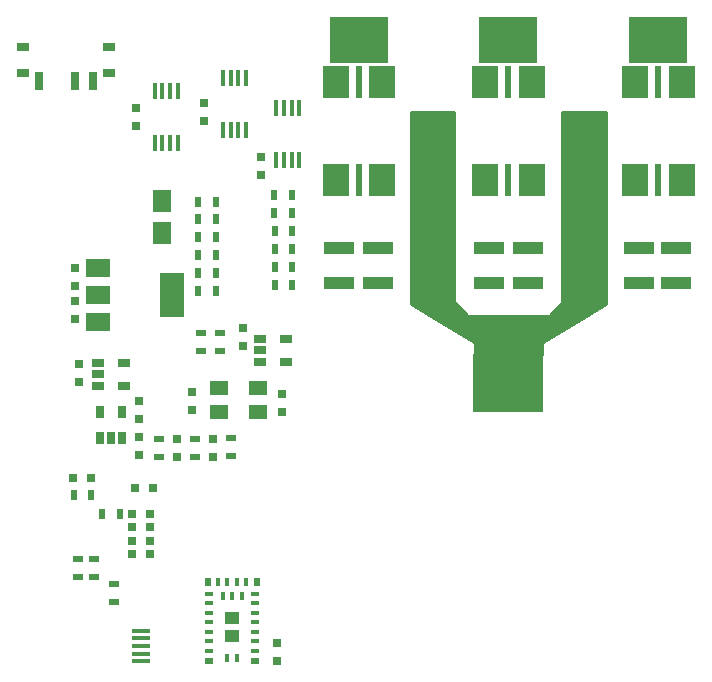
<source format=gbp>
G04 #@! TF.GenerationSoftware,KiCad,Pcbnew,(5.1.5-0)*
G04 #@! TF.CreationDate,2020-05-20T20:04:41+08:00*
G04 #@! TF.ProjectId,TESC,54455343-2e6b-4696-9361-645f70636258,A*
G04 #@! TF.SameCoordinates,Original*
G04 #@! TF.FileFunction,Paste,Bot*
G04 #@! TF.FilePolarity,Positive*
%FSLAX46Y46*%
G04 Gerber Fmt 4.6, Leading zero omitted, Abs format (unit mm)*
G04 Created by KiCad (PCBNEW (5.1.5-0)) date 2020-05-20 20:04:41*
%MOMM*%
%LPD*%
G04 APERTURE LIST*
%ADD10R,1.000000X0.800000*%
%ADD11R,0.700000X1.500000*%
%ADD12R,0.797560X0.797560*%
%ADD13R,1.500000X0.450000*%
%ADD14R,0.600000X2.700000*%
%ADD15R,2.300000X2.700000*%
%ADD16R,1.500000X1.950000*%
%ADD17R,0.450000X1.450000*%
%ADD18R,2.500000X1.000000*%
%ADD19R,0.900000X0.500000*%
%ADD20R,0.500000X0.900000*%
%ADD21R,0.750000X0.800000*%
%ADD22R,0.800000X0.750000*%
%ADD23R,5.000000X4.000000*%
%ADD24R,6.000000X5.000000*%
%ADD25R,0.730000X0.480000*%
%ADD26R,0.480000X0.730000*%
%ADD27R,0.340000X0.740000*%
%ADD28R,0.740000X0.340000*%
%ADD29R,1.200000X1.100000*%
%ADD30R,2.000000X3.800000*%
%ADD31R,2.000000X1.500000*%
%ADD32R,1.060000X0.650000*%
%ADD33R,0.650000X1.060000*%
%ADD34R,1.600000X1.300000*%
%ADD35C,0.254000*%
G04 APERTURE END LIST*
D10*
X116619000Y-60592000D03*
X123919000Y-60592000D03*
X123919000Y-58392000D03*
X116619000Y-58392000D03*
D11*
X122519000Y-61242000D03*
X121019000Y-61242000D03*
X118019000Y-61242000D03*
D12*
X125869700Y-101346000D03*
X127368300Y-101346000D03*
X125869700Y-99060000D03*
X127368300Y-99060000D03*
X125869700Y-100203000D03*
X127368300Y-100203000D03*
X127368300Y-97917000D03*
X125869700Y-97917000D03*
D13*
X126619000Y-107800000D03*
X126619000Y-110400000D03*
X126619000Y-108450000D03*
X126619000Y-109750000D03*
X126619000Y-109100000D03*
D14*
X145116000Y-69682000D03*
X145116000Y-61382000D03*
D15*
X143166000Y-69682000D03*
X147066000Y-61382000D03*
X147066000Y-69682000D03*
X143166000Y-61382000D03*
D14*
X170434000Y-69682000D03*
X170434000Y-61382000D03*
D15*
X168484000Y-69682000D03*
X172384000Y-61382000D03*
X172384000Y-69682000D03*
X168484000Y-61382000D03*
D14*
X157734000Y-69682000D03*
X157734000Y-61382000D03*
D15*
X155784000Y-69682000D03*
X159684000Y-61382000D03*
X159684000Y-69682000D03*
X155784000Y-61382000D03*
D16*
X128397000Y-71396000D03*
X128397000Y-74146000D03*
D17*
X138090000Y-63586000D03*
X138740000Y-63586000D03*
X139390000Y-63586000D03*
X140040000Y-63586000D03*
X140040000Y-67986000D03*
X139390000Y-67986000D03*
X138740000Y-67986000D03*
X138090000Y-67986000D03*
X135518800Y-65395200D03*
X134868800Y-65395200D03*
X134218800Y-65395200D03*
X133568800Y-65395200D03*
X133568800Y-60995200D03*
X134218800Y-60995200D03*
X134868800Y-60995200D03*
X135518800Y-60995200D03*
X129740300Y-66538200D03*
X129090300Y-66538200D03*
X128440300Y-66538200D03*
X127790300Y-66538200D03*
X127790300Y-62138200D03*
X128440300Y-62138200D03*
X129090300Y-62138200D03*
X129740300Y-62138200D03*
D18*
X143383000Y-78398500D03*
X143383000Y-75398500D03*
X146685000Y-78398500D03*
X146685000Y-75398500D03*
X159385000Y-78398500D03*
X159385000Y-75398500D03*
X156083000Y-78398500D03*
X156083000Y-75398500D03*
X168783000Y-78398500D03*
X168783000Y-75398500D03*
X171958000Y-78398500D03*
X171958000Y-75398500D03*
D19*
X124333000Y-105398000D03*
X124333000Y-103898000D03*
X122682000Y-101739000D03*
X122682000Y-103239000D03*
X121289300Y-101727000D03*
X121289300Y-103227000D03*
D20*
X122416000Y-96329500D03*
X120916000Y-96329500D03*
D19*
X133281000Y-84119000D03*
X133281000Y-82619000D03*
X131684800Y-84130200D03*
X131684800Y-82630200D03*
D20*
X131466500Y-71501000D03*
X132966500Y-71501000D03*
X131466500Y-72961500D03*
X132966500Y-72961500D03*
X131466500Y-74485500D03*
X132966500Y-74485500D03*
X131466500Y-76009500D03*
X132966500Y-76009500D03*
X131466500Y-77533500D03*
X132966500Y-77533500D03*
X131466500Y-79057500D03*
X132966500Y-79057500D03*
X139422000Y-70929500D03*
X137922000Y-70929500D03*
X139421300Y-72466200D03*
X137921300Y-72466200D03*
X139434000Y-73977500D03*
X137934000Y-73977500D03*
X139434000Y-75501500D03*
X137934000Y-75501500D03*
X139434000Y-77025500D03*
X137934000Y-77025500D03*
X139434000Y-78549500D03*
X137934000Y-78549500D03*
D19*
X134239000Y-93028200D03*
X134239000Y-91528200D03*
D21*
X136779000Y-69203000D03*
X136779000Y-67703000D03*
D22*
X122403300Y-94881700D03*
X120903300Y-94881700D03*
D21*
X138557000Y-89269000D03*
X138557000Y-87769000D03*
D22*
X127623000Y-95758000D03*
X126123000Y-95758000D03*
D21*
X130937000Y-87642000D03*
X130937000Y-89142000D03*
X121031000Y-77101000D03*
X121031000Y-78601000D03*
X135255000Y-83681000D03*
X135255000Y-82181000D03*
X131953000Y-63131000D03*
X131953000Y-64631000D03*
X126174500Y-63587500D03*
X126174500Y-65087500D03*
X121031000Y-79895000D03*
X121031000Y-81395000D03*
D23*
X145114500Y-57785000D03*
X157734000Y-57785000D03*
X170434000Y-57785000D03*
D24*
X157734000Y-86800000D03*
D21*
X132715000Y-91579000D03*
X132715000Y-93079000D03*
X129667000Y-91579000D03*
X129667000Y-93079000D03*
X126492000Y-91452000D03*
X126492000Y-92952000D03*
X138148000Y-108881000D03*
X138148000Y-110381000D03*
X121412000Y-85229000D03*
X121412000Y-86729000D03*
X126492000Y-88404000D03*
X126492000Y-89904000D03*
D20*
X124829000Y-97917000D03*
X123329000Y-97917000D03*
D19*
X131191000Y-91579000D03*
X131191000Y-93079000D03*
X128143000Y-93067000D03*
X128143000Y-91567000D03*
D25*
X132388000Y-110367000D03*
D26*
X132263000Y-103692000D03*
D27*
X133138000Y-103692000D03*
X133938000Y-103692000D03*
X134738000Y-103692000D03*
X135538000Y-103692000D03*
D26*
X136413000Y-103692000D03*
D28*
X136288000Y-104692000D03*
D25*
X136288000Y-110367000D03*
D27*
X134738000Y-110092000D03*
X133938000Y-110092000D03*
X134338000Y-104892000D03*
D28*
X132388000Y-104692000D03*
D27*
X133538000Y-104892000D03*
X135138000Y-104892000D03*
D28*
X132388000Y-105492000D03*
X132388000Y-106292000D03*
X132388000Y-107092000D03*
X132388000Y-107892000D03*
X132388000Y-108692000D03*
X132388000Y-109492000D03*
X136288000Y-105492000D03*
X136288000Y-106292000D03*
X136288000Y-107092000D03*
X136288000Y-107892000D03*
X136288000Y-108692000D03*
X136288000Y-109492000D03*
D29*
X134338000Y-106742000D03*
X134338000Y-108242000D03*
D30*
X129261000Y-79375000D03*
D31*
X122961000Y-79375000D03*
X122961000Y-77075000D03*
X122961000Y-81675000D03*
D32*
X136695000Y-85024000D03*
X136695000Y-84074000D03*
X136695000Y-83124000D03*
X138895000Y-83124000D03*
X138895000Y-85024000D03*
X122979000Y-87056000D03*
X122979000Y-86106000D03*
X122979000Y-85156000D03*
X125179000Y-85156000D03*
X125179000Y-87056000D03*
D33*
X125029000Y-89324000D03*
X123129000Y-89324000D03*
X123129000Y-91524000D03*
X124079000Y-91524000D03*
X125029000Y-91524000D03*
D34*
X136556000Y-87285320D03*
X133256000Y-87285320D03*
X133256000Y-89285320D03*
X136556000Y-89285320D03*
D35*
G36*
X153162000Y-80010000D02*
G01*
X153164440Y-80034776D01*
X153171667Y-80058601D01*
X153183403Y-80080557D01*
X153199197Y-80099803D01*
X154215197Y-81115803D01*
X154234443Y-81131597D01*
X154256399Y-81143333D01*
X154280224Y-81150560D01*
X154305000Y-81153000D01*
X161163000Y-81153000D01*
X161187776Y-81150560D01*
X161211601Y-81143333D01*
X161233557Y-81131597D01*
X161252803Y-81115803D01*
X162268803Y-80099803D01*
X162284597Y-80080557D01*
X162296333Y-80058601D01*
X162303560Y-80034776D01*
X162306000Y-80010000D01*
X162306000Y-63881000D01*
X165989000Y-63881000D01*
X165989000Y-80192152D01*
X160665783Y-83391144D01*
X160645803Y-83405998D01*
X160629105Y-83424464D01*
X160616331Y-83445833D01*
X160607970Y-83469284D01*
X160604200Y-83500000D01*
X160604200Y-84455000D01*
X154863800Y-84455000D01*
X154863800Y-83500000D01*
X154861360Y-83475224D01*
X154854133Y-83451399D01*
X154842397Y-83429443D01*
X154826603Y-83410197D01*
X154802217Y-83391144D01*
X149479000Y-80192152D01*
X149479000Y-63881000D01*
X153162000Y-63881000D01*
X153162000Y-80010000D01*
G37*
X153162000Y-80010000D02*
X153164440Y-80034776D01*
X153171667Y-80058601D01*
X153183403Y-80080557D01*
X153199197Y-80099803D01*
X154215197Y-81115803D01*
X154234443Y-81131597D01*
X154256399Y-81143333D01*
X154280224Y-81150560D01*
X154305000Y-81153000D01*
X161163000Y-81153000D01*
X161187776Y-81150560D01*
X161211601Y-81143333D01*
X161233557Y-81131597D01*
X161252803Y-81115803D01*
X162268803Y-80099803D01*
X162284597Y-80080557D01*
X162296333Y-80058601D01*
X162303560Y-80034776D01*
X162306000Y-80010000D01*
X162306000Y-63881000D01*
X165989000Y-63881000D01*
X165989000Y-80192152D01*
X160665783Y-83391144D01*
X160645803Y-83405998D01*
X160629105Y-83424464D01*
X160616331Y-83445833D01*
X160607970Y-83469284D01*
X160604200Y-83500000D01*
X160604200Y-84455000D01*
X154863800Y-84455000D01*
X154863800Y-83500000D01*
X154861360Y-83475224D01*
X154854133Y-83451399D01*
X154842397Y-83429443D01*
X154826603Y-83410197D01*
X154802217Y-83391144D01*
X149479000Y-80192152D01*
X149479000Y-63881000D01*
X153162000Y-63881000D01*
X153162000Y-80010000D01*
M02*

</source>
